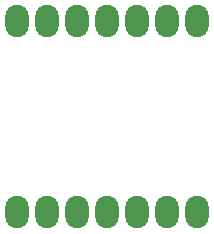
<source format=gbr>
%TF.GenerationSoftware,KiCad,Pcbnew,8.0.6*%
%TF.CreationDate,2025-02-09T14:24:31+00:00*%
%TF.ProjectId,disturbance-free-calling,64697374-7572-4626-916e-63652d667265,rev?*%
%TF.SameCoordinates,Original*%
%TF.FileFunction,Paste,Bot*%
%TF.FilePolarity,Positive*%
%FSLAX46Y46*%
G04 Gerber Fmt 4.6, Leading zero omitted, Abs format (unit mm)*
G04 Created by KiCad (PCBNEW 8.0.6) date 2025-02-09 14:24:31*
%MOMM*%
%LPD*%
G01*
G04 APERTURE LIST*
G04 Aperture macros list*
%AMRoundRect*
0 Rectangle with rounded corners*
0 $1 Rounding radius*
0 $2 $3 $4 $5 $6 $7 $8 $9 X,Y pos of 4 corners*
0 Add a 4 corners polygon primitive as box body*
4,1,4,$2,$3,$4,$5,$6,$7,$8,$9,$2,$3,0*
0 Add four circle primitives for the rounded corners*
1,1,$1+$1,$2,$3*
1,1,$1+$1,$4,$5*
1,1,$1+$1,$6,$7*
1,1,$1+$1,$8,$9*
0 Add four rect primitives between the rounded corners*
20,1,$1+$1,$2,$3,$4,$5,0*
20,1,$1+$1,$4,$5,$6,$7,0*
20,1,$1+$1,$6,$7,$8,$9,0*
20,1,$1+$1,$8,$9,$2,$3,0*%
G04 Aperture macros list end*
%ADD10RoundRect,1.000000X0.000010X-0.375000X0.000010X0.375000X-0.000010X0.375000X-0.000010X-0.375000X0*%
G04 APERTURE END LIST*
D10*
%TO.C,U1*%
X136200000Y-68165000D03*
X133660000Y-68165000D03*
X131120000Y-68165000D03*
X128580000Y-68165000D03*
X126040000Y-68165000D03*
X123500000Y-68165000D03*
X120960000Y-68165000D03*
X120960000Y-52000000D03*
X123500000Y-52000000D03*
X126040000Y-52000000D03*
X128580000Y-52000000D03*
X131120000Y-52000000D03*
X133660000Y-52000000D03*
X136200000Y-52000000D03*
%TD*%
M02*

</source>
